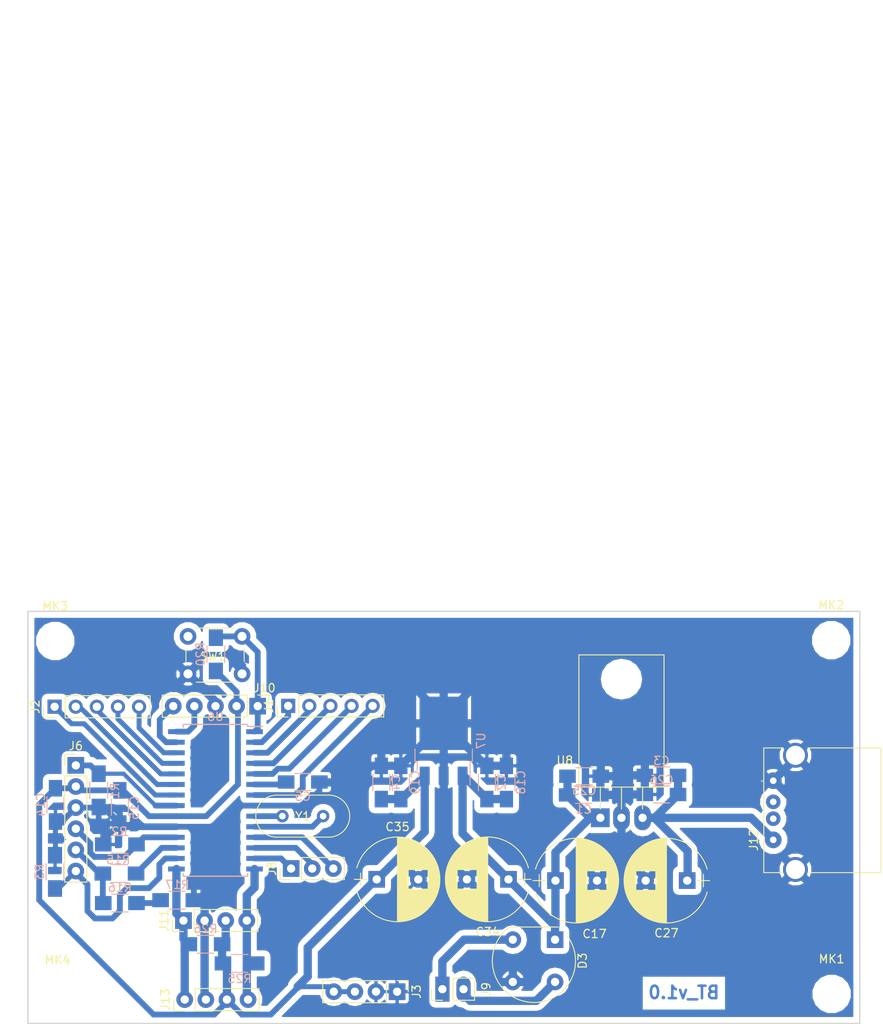
<source format=kicad_pcb>
(kicad_pcb (version 4) (host pcbnew 4.0.7)
  (title_block (title TESIS) (comment 1 "PCB de alimentación, procesamiento y conectividad"))
  (layers (0 F.Cu signal) (31 B.Cu signal) (34 B.Paste user) (35 F.Paste user) (36 B.SilkS user) (37 F.SilkS user hide) (38 B.Mask user) (39 F.Mask user hide) (44 Edge.Cuts user))
  (net 0 "")
  (net 1 +5V)
  (net 2 GND)
  (net 3 "Net-(D3-Pad4)")
  (net 4 "Net-(D3-Pad2)")
  (net 5 ~MCLR)
  (net 6 EN)
  (net 7 HC05_TX)
  (net 8 "Net-(J6-Pad5)")
  (net 9 STATE)
  (net 10 HC05_RX)
  (net 11 "Net-(R16-Pad1)")
  (net 12 "Net-(C26-Pad1)")
  (net 13 UC_SDA)
  (net 14 UC_SCL)
  (net 15 "Net-(J8-Pad1)")
  (net 16 "Net-(J8-Pad2)")
  (net 17 "Net-(J8-Pad3)")
  (net 18 "Net-(J1-Pad1)")
  (net 19 "Net-(J1-Pad2)")
  (net 20 "Net-(J1-Pad3)")
  (net 21 "Net-(C1-Pad1)")
  (net 22 "Net-(U6-Pad9)")
  (net 23 "Net-(U6-Pad10)")
  (net 24 "Net-(C5-Pad1)")
  (net 25 "Net-(J1-Pad4)")
  (net 26 "Net-(J1-Pad5)")
  (net 27 "Net-(J2-Pad1)")
  (net 28 "Net-(J2-Pad2)")
  (net 29 "Net-(J2-Pad3)")
  (net 30 "Net-(J2-Pad4)")
  (net 31 "Net-(J2-Pad5)")
  (net 32 PGD)
  (net 33 PGC)
  (module Resistors_SMD:R_1206_HandSoldering (layer B.Cu) (at 111.65 99)
    (fp_text reference R2 (at -0.05 -1.55) (layer B.SilkS) (effects (justify mirror)))
    (fp_text value 22k)
    (pad 1 smd rect (at -2 0) (size 2 1.7) (layers B.Cu B.Paste B.Mask) (net 2 GND))
    (pad 2 smd rect (at 2 0) (size 2 1.7) (layers B.Cu B.Paste B.Mask) (net 7 HC05_TX))
  )
  (module Buttons_Switches_THT:SW_PUSH_6mm (layer F.Cu) (at 126.35 78.5 180)
    (fp_text reference SW1 (at 3.518 2.112 180) (layer F.SilkS))
    (fp_text value SW_Reset)
    (pad 2 thru_hole circle (at 0 4.5 270) (size 2 2) (drill 1.1) (layers *.Cu *.Mask) (net 5 ~MCLR))
    (pad 1 thru_hole circle (at 0 0 270) (size 2 2) (drill 1.1) (layers *.Cu *.Mask) (net 2 GND))
    (pad 2 thru_hole circle (at 6.5 4.5 270) (size 2 2) (drill 1.1) (layers *.Cu *.Mask) (net 5 ~MCLR))
    (pad 1 thru_hole circle (at 6.5 0 270) (size 2 2) (drill 1.1) (layers *.Cu *.Mask) (net 2 GND))
  )
  (module Capacitors_THT:CP_Radial_D10.0mm_P5.00mm (layer F.Cu) (at 142.55 103.2)
    (fp_text reference C35 (at 2.5 -6.31) (layer F.SilkS))
    (fp_text value 1000uF)
    (pad 1 thru_hole rect (at 0 0) (size 2 2) (drill 1) (layers *.Cu *.Mask) (net 1 +5V))
    (pad 2 thru_hole circle (at 5 0) (size 2 2) (drill 1) (layers *.Cu *.Mask) (net 2 GND))
  )
  (module Connectors:USB_A (layer F.Cu) (at 190.25 98.45 90)
    (fp_text reference J12 (at 0 -2.35 90) (layer F.SilkS))
    (fp_text value USB)
    (pad 4 thru_hole circle (at 7.11 0) (size 2 2) (drill 0.8) (layers *.Cu *.Mask) (net 2 GND))
    (pad 3 thru_hole circle (at 4.57 0) (size 1.75 1.75) (drill 0.8) (layers *.Cu *.Mask))
    (pad 2 thru_hole circle (at 2.54 0) (size 1.75 1.75) (drill 0.8) (layers *.Cu *.Mask))
    (pad 1 thru_hole circle (at 0 0) (size 2 2) (drill 0.8) (layers *.Cu *.Mask) (net 12 "Net-(C26-Pad1)"))
    (pad 5 thru_hole circle (at 10.16 2.67) (size 3 3) (drill 2.3) (layers *.Cu *.Mask) (net 2 GND))
    (pad 5 thru_hole circle (at -3.56 2.67) (size 3 3) (drill 2.3) (layers *.Cu *.Mask) (net 2 GND))
  )
  (module Resistors_SMD:R_1206_HandSoldering (layer B.Cu) (at 118.55 105.7 180)
    (fp_text reference R17 (at 0 1.85 180) (layer B.SilkS) (effects (justify mirror)))
    (fp_text value 22k)
    (pad 1 smd rect (at -2 0 180) (size 2 1.7) (layers B.Cu B.Paste B.Mask) (net 2 GND))
    (pad 2 smd rect (at 2 0 180) (size 2 1.7) (layers B.Cu B.Paste B.Mask) (net 11 "Net-(R16-Pad1)"))
  )
  (module Crystals:Crystal_HC18-U_Vertical (layer F.Cu) (at 131.2 95.6)
    (fp_text reference Y1 (at 2.45 0) (layer F.SilkS))
    (fp_text value Crystal)
    (pad 1 thru_hole circle (at 0 0) (size 1.5 1.5) (drill 0.8) (layers *.Cu *.Mask) (net 22 "Net-(U6-Pad9)"))
    (pad 2 thru_hole circle (at 4.9 0) (size 1.5 1.5) (drill 0.8) (layers *.Cu *.Mask) (net 23 "Net-(U6-Pad10)"))
  )
  (module Housings_SOIC:SOIC-28W_7.5x17.9mm_Pitch1.27mm (layer B.Cu) (at 123.15 93.7 180)
    (fp_text reference U6 (at 0 10.05 180) (layer B.SilkS) (effects (justify mirror)))
    (fp_text value PIC18F25K80_I/SS)
    (pad 1 smd rect (at -4.7 8.255 180) (size 2 0.6) (layers B.Cu B.Paste B.Mask) (net 5 ~MCLR))
    (pad 2 smd rect (at -4.7 6.985 180) (size 2 0.6) (layers B.Cu B.Paste B.Mask) (net 18 "Net-(J1-Pad1)"))
    (pad 3 smd rect (at -4.7 5.715 180) (size 2 0.6) (layers B.Cu B.Paste B.Mask) (net 19 "Net-(J1-Pad2)"))
    (pad 4 smd rect (at -4.7 4.445 180) (size 2 0.6) (layers B.Cu B.Paste B.Mask) (net 20 "Net-(J1-Pad3)"))
    (pad 5 smd rect (at -4.7 3.175 180) (size 2 0.6) (layers B.Cu B.Paste B.Mask) (net 25 "Net-(J1-Pad4)"))
    (pad 6 smd rect (at -4.7 1.905 180) (size 2 0.6) (layers B.Cu B.Paste B.Mask) (net 24 "Net-(C5-Pad1)"))
    (pad 7 smd rect (at -4.7 0.635 180) (size 2 0.6) (layers B.Cu B.Paste B.Mask) (net 26 "Net-(J1-Pad5)"))
    (pad 8 smd rect (at -4.7 -0.635 180) (size 2 0.6) (layers B.Cu B.Paste B.Mask) (net 2 GND))
    (pad 9 smd rect (at -4.7 -1.905 180) (size 2 0.6) (layers B.Cu B.Paste B.Mask) (net 22 "Net-(U6-Pad9)"))
    (pad 10 smd rect (at -4.7 -3.175 180) (size 2 0.6) (layers B.Cu B.Paste B.Mask) (net 23 "Net-(U6-Pad10)"))
    (pad 11 smd rect (at -4.7 -4.445 180) (size 2 0.6) (layers B.Cu B.Paste B.Mask) (net 17 "Net-(J8-Pad3)"))
    (pad 12 smd rect (at -4.7 -5.715 180) (size 2 0.6) (layers B.Cu B.Paste B.Mask) (net 16 "Net-(J8-Pad2)"))
    (pad 13 smd rect (at -4.7 -6.985 180) (size 2 0.6) (layers B.Cu B.Paste B.Mask) (net 15 "Net-(J8-Pad1)"))
    (pad 14 smd rect (at -4.7 -8.255 180) (size 2 0.6) (layers B.Cu B.Paste B.Mask) (net 14 UC_SCL))
    (pad 15 smd rect (at 4.7 -8.255 180) (size 2 0.6) (layers B.Cu B.Paste B.Mask) (net 13 UC_SDA))
    (pad 16 smd rect (at 4.7 -6.985 180) (size 2 0.6) (layers B.Cu B.Paste B.Mask) (net 9 STATE))
    (pad 17 smd rect (at 4.7 -5.715 180) (size 2 0.6) (layers B.Cu B.Paste B.Mask) (net 10 HC05_RX))
    (pad 18 smd rect (at 4.7 -4.445 180) (size 2 0.6) (layers B.Cu B.Paste B.Mask) (net 7 HC05_TX))
    (pad 19 smd rect (at 4.7 -3.175 180) (size 2 0.6) (layers B.Cu B.Paste B.Mask) (net 2 GND))
    (pad 20 smd rect (at 4.7 -1.905 180) (size 2 0.6) (layers B.Cu B.Paste B.Mask) (net 1 +5V))
    (pad 21 smd rect (at 4.7 -0.635 180) (size 2 0.6) (layers B.Cu B.Paste B.Mask) (net 6 EN))
    (pad 22 smd rect (at 4.7 0.635 180) (size 2 0.6) (layers B.Cu B.Paste B.Mask) (net 27 "Net-(J2-Pad1)"))
    (pad 23 smd rect (at 4.7 1.905 180) (size 2 0.6) (layers B.Cu B.Paste B.Mask) (net 28 "Net-(J2-Pad2)"))
    (pad 24 smd rect (at 4.7 3.175 180) (size 2 0.6) (layers B.Cu B.Paste B.Mask) (net 29 "Net-(J2-Pad3)"))
    (pad 25 smd rect (at 4.7 4.445 180) (size 2 0.6) (layers B.Cu B.Paste B.Mask) (net 30 "Net-(J2-Pad4)"))
    (pad 26 smd rect (at 4.7 5.715 180) (size 2 0.6) (layers B.Cu B.Paste B.Mask) (net 31 "Net-(J2-Pad5)"))
    (pad 27 smd rect (at 4.7 6.985 180) (size 2 0.6) (layers B.Cu B.Paste B.Mask) (net 33 PGC))
    (pad 28 smd rect (at 4.7 8.255 180) (size 2 0.6) (layers B.Cu B.Paste B.Mask) (net 32 PGD))
  )
  (module Pin_Headers:Pin_Header_Straight_1x04_Pitch2.54mm (layer F.Cu) (at 119.45 117.65 90)
    (fp_text reference J13 (at 0 -2.33 90) (layer F.SilkS))
    (fp_text value CONN_ADQ_2)
    (pad 1 thru_hole circle (at 0 0 90) (size 2 2) (drill 1) (layers *.Cu *.Mask) (net 13 UC_SDA))
    (pad 2 thru_hole circle (at 0 2.54 90) (size 2 2) (drill 1) (layers *.Cu *.Mask) (net 2 GND))
    (pad 3 thru_hole circle (at 0 5.08 90) (size 2 2) (drill 1) (layers *.Cu *.Mask) (net 1 +5V))
    (pad 4 thru_hole circle (at 0 7.62 90) (size 2 2) (drill 1) (layers *.Cu *.Mask) (net 14 UC_SCL))
  )
  (module Capacitors_SMD:C_1206_HandSoldering (layer B.Cu) (at 103.9 94.25 270)
    (fp_text reference C14 (at 0 1.75 270) (layer B.SilkS) (effects (justify mirror)))
    (fp_text value 10nF)
    (pad 1 smd rect (at -2 0 270) (size 2 1.6) (layers B.Cu B.Paste B.Mask) (net 1 +5V))
    (pad 2 smd rect (at 2 0 270) (size 2 1.6) (layers B.Cu B.Paste B.Mask) (net 2 GND))
  )
  (module Diodes_THT:Diode_Bridge_Round_D9.8mm (layer F.Cu) (at 164 110.45 270)
    (fp_text reference D3 (at 2.54 -3.302 270) (layer F.SilkS))
    (fp_text value D_Bridge_+A-A)
    (pad 4 thru_hole oval (at 5.08 0 270) (size 2 2) (drill 1) (layers *.Cu *.Mask) (net 3 "Net-(D3-Pad4)"))
    (pad 2 thru_hole oval (at 0 5.08 270) (size 2 2) (drill 1) (layers *.Cu *.Mask) (net 4 "Net-(D3-Pad2)"))
    (pad 3 thru_hole oval (at 5.08 5.08 270) (size 2 2) (drill 1) (layers *.Cu *.Mask) (net 2 GND))
    (pad 1 thru_hole rect (at 0 0 270) (size 2 2) (drill 1) (layers *.Cu *.Mask) (net 21 "Net-(C1-Pad1)"))
  )
  (module Resistors_SMD:R_1206_HandSoldering (layer B.Cu) (at 111.6 102.5)
    (fp_text reference R15 (at -0.15 -1.65) (layer B.SilkS) (effects (justify mirror)))
    (fp_text value 22k)
    (pad 1 smd rect (at -2 0) (size 2 1.7) (layers B.Cu B.Paste B.Mask) (net 8 "Net-(J6-Pad5)"))
    (pad 2 smd rect (at 2 0) (size 2 1.7) (layers B.Cu B.Paste B.Mask) (net 10 HC05_RX))
  )
  (module Resistors_SMD:R_1206_HandSoldering (layer B.Cu) (at 111.65 106.05 180)
    (fp_text reference R16 (at 0 1.85 180) (layer B.SilkS) (effects (justify mirror)))
    (fp_text value 22k)
    (pad 1 smd rect (at -2 0 180) (size 2 1.7) (layers B.Cu B.Paste B.Mask) (net 11 "Net-(R16-Pad1)"))
    (pad 2 smd rect (at 2 0 180) (size 2 1.7) (layers B.Cu B.Paste B.Mask) (net 8 "Net-(J6-Pad5)"))
  )
  (module Resistors_SMD:R_1206_HandSoldering (layer B.Cu) (at 123.2 76.15 270)
    (fp_text reference R20 (at 0 1.85 270) (layer B.SilkS) (effects (justify mirror)))
    (fp_text value 22k)
    (pad 1 smd rect (at -2 0 270) (size 2 1.7) (layers B.Cu B.Paste B.Mask) (net 5 ~MCLR))
    (pad 2 smd rect (at 2 0 270) (size 2 1.7) (layers B.Cu B.Paste B.Mask) (net 1 +5V))
  )
  (module Capacitors_SMD:C_1206_HandSoldering (layer B.Cu) (at 111.65 94.5 270)
    (fp_text reference C15 (at 0.1 -1.75 270) (layer B.SilkS) (effects (justify mirror)))
    (fp_text value 10nF)
    (pad 1 smd rect (at -2 0 270) (size 2 1.6) (layers B.Cu B.Paste B.Mask) (net 1 +5V))
    (pad 2 smd rect (at 2 0 270) (size 2 1.6) (layers B.Cu B.Paste B.Mask) (net 2 GND))
  )
  (module Pin_Headers:Pin_Header_Straight_1x02_Pitch2.54mm (layer F.Cu) (at 150.45 116.4 90)
    (fp_text reference J9 (at -0.02 5.266 90) (layer F.SilkS))
    (fp_text value CONN_UC_PWR_INPUT)
    (pad 1 thru_hole rect (at 0 0 90) (size 3 1.7) (drill 1) (layers *.Cu *.Mask) (net 4 "Net-(D3-Pad2)"))
    (pad 2 thru_hole oval (at 0 2.54 90) (size 3 1.7) (drill 1) (layers *.Cu *.Mask) (net 3 "Net-(D3-Pad4)"))
  )
  (module Pin_Headers:Pin_Header_Straight_1x05_Pitch2.54mm (layer F.Cu) (at 128.232 82.378 270)
    (fp_text reference J10 (at -2.178 -0.818 360) (layer F.SilkS))
    (fp_text value CONN_UC_ICSP)
    (pad 1 thru_hole rect (at 0 0 270) (size 2 2) (drill 1) (layers *.Cu *.Mask) (net 5 ~MCLR))
    (pad 2 thru_hole circle (at 0 2.54 270) (size 2 2) (drill 1) (layers *.Cu *.Mask) (net 1 +5V))
    (pad 3 thru_hole circle (at 0 5.08 270) (size 2 2) (drill 1) (layers *.Cu *.Mask) (net 2 GND))
    (pad 4 thru_hole circle (at 0 7.62 270) (size 2 2) (drill 1) (layers *.Cu *.Mask) (net 32 PGD))
    (pad 5 thru_hole circle (at 0 10.16 270) (size 2 2) (drill 1) (layers *.Cu *.Mask) (net 33 PGC))
  )
  (module Resistors_SMD:R_1206_HandSoldering (layer B.Cu) (at 126.05 113.3)
    (fp_text reference R25 (at 0 1.85) (layer B.SilkS) (effects (justify mirror)))
    (fp_text value 22k)
    (pad 1 smd rect (at -2 0) (size 2 1.7) (layers B.Cu B.Paste B.Mask) (net 1 +5V))
    (pad 2 smd rect (at 2 0) (size 2 1.7) (layers B.Cu B.Paste B.Mask) (net 14 UC_SCL))
  )
  (module Resistors_SMD:R_1206_HandSoldering (layer B.Cu) (at 121.95 111 180)
    (fp_text reference R26 (at 0 1.85 180) (layer B.SilkS) (effects (justify mirror)))
    (fp_text value 22k)
    (pad 1 smd rect (at -2 0 180) (size 2 1.7) (layers B.Cu B.Paste B.Mask) (net 1 +5V))
    (pad 2 smd rect (at 2 0 180) (size 2 1.7) (layers B.Cu B.Paste B.Mask) (net 13 UC_SDA))
  )
  (module TO_SOT_Packages_THT:TO-220_Horizontal (layer F.Cu) (at 169.45 95.8)
    (fp_text reference U8 (at -4.27 -6.886) (layer F.SilkS))
    (fp_text value 7805)
    (pad 0 np_thru_hole oval (at 2.54 -16.66) (size 3.5 3.5) (drill 3.5) (layers *.Cu *.Mask))
    (pad 1 thru_hole rect (at 0 0) (size 2.25 2.25) (drill 1) (layers *.Cu *.Mask) (net 21 "Net-(C1-Pad1)"))
    (pad 2 thru_hole oval (at 2.54 0) (size 2 3) (drill 1) (layers *.Cu *.Mask) (net 2 GND))
    (pad 3 thru_hole oval (at 5.08 0) (size 2 3) (drill 1) (layers *.Cu *.Mask) (net 12 "Net-(C26-Pad1)"))
  )
  (module Capacitors_THT:CP_Radial_D10.0mm_P5.00mm (layer F.Cu) (at 179.9 103.35 180)
    (fp_text reference C27 (at 2.5 -6.31 180) (layer F.SilkS))
    (fp_text value 1000uF)
    (pad 1 thru_hole rect (at 0 0 180) (size 2 2) (drill 1) (layers *.Cu *.Mask) (net 12 "Net-(C26-Pad1)"))
    (pad 2 thru_hole circle (at 5 0 180) (size 2 2) (drill 1) (layers *.Cu *.Mask) (net 2 GND))
  )
  (module Pin_Headers:Pin_Header_Straight_1x04_Pitch2.54mm (layer F.Cu) (at 119.3 108.15 90)
    (fp_text reference J11 (at 0 -2.33 90) (layer F.SilkS))
    (fp_text value CONN_ADQ_1)
    (pad 1 thru_hole rect (at 0 0 90) (size 2 2) (drill 1) (layers *.Cu *.Mask) (net 13 UC_SDA))
    (pad 2 thru_hole circle (at 0 2.54 90) (size 2 2) (drill 1) (layers *.Cu *.Mask) (net 2 GND))
    (pad 3 thru_hole circle (at 0 5.08 90) (size 2 2) (drill 1) (layers *.Cu *.Mask) (net 1 +5V))
    (pad 4 thru_hole circle (at 0 7.62 90) (size 2 2) (drill 1) (layers *.Cu *.Mask) (net 14 UC_SCL))
  )
  (module Socket_Strips:Socket_Strip_Straight_1x06_Pitch2.54mm (layer F.Cu) (at 106.35 89.5)
    (fp_text reference J6 (at 0 -2.33) (layer F.SilkS))
    (fp_text value CONN_UC_HC05)
    (pad 1 thru_hole rect (at 0 0) (size 2 2) (drill 1) (layers *.Cu *.Mask) (net 6 EN))
    (pad 2 thru_hole circle (at 0 2.54) (size 2 2) (drill 1) (layers *.Cu *.Mask) (net 1 +5V))
    (pad 3 thru_hole circle (at 0 5.08) (size 2 2) (drill 1) (layers *.Cu *.Mask) (net 2 GND))
    (pad 4 thru_hole circle (at 0 7.62) (size 2 2) (drill 1) (layers *.Cu *.Mask) (net 7 HC05_TX))
    (pad 5 thru_hole circle (at 0 10.16) (size 2 2) (drill 1) (layers *.Cu *.Mask) (net 8 "Net-(J6-Pad5)"))
    (pad 6 thru_hole circle (at 0 12.7) (size 2 2) (drill 1) (layers *.Cu *.Mask) (net 9 STATE))
  )
  (module Pin_Headers:Pin_Header_Straight_1x03_Pitch2.54mm (layer F.Cu) (at 132.25 101.9 90)
    (fp_text reference J8 (at 0 -2.33 90) (layer F.SilkS))
    (fp_text value CONN_UC_FREE_3)
    (pad 1 thru_hole rect (at 0 0 90) (size 2 2) (drill 1) (layers *.Cu *.Mask) (net 15 "Net-(J8-Pad1)"))
    (pad 2 thru_hole circle (at 0 2.54 90) (size 2 2) (drill 1) (layers *.Cu *.Mask) (net 16 "Net-(J8-Pad2)"))
    (pad 3 thru_hole circle (at 0 5.08 90) (size 2 2) (drill 1) (layers *.Cu *.Mask) (net 17 "Net-(J8-Pad3)"))
  )
  (module Resistors_SMD:R_1206_HandSoldering (layer B.Cu) (at 109.1 92.5 270)
    (fp_text reference R1 (at 0.05 -1.95 270) (layer B.SilkS) (effects (justify mirror)))
    (fp_text value 22k)
    (pad 1 smd rect (at -2 0 270) (size 2 1.7) (layers B.Cu B.Paste B.Mask) (net 6 EN))
    (pad 2 smd rect (at 2 0 270) (size 2 1.7) (layers B.Cu B.Paste B.Mask) (net 2 GND))
  )
  (module Capacitors_SMD:C_1206_HandSoldering (layer B.Cu) (at 167.45 93.05)
    (fp_text reference C1 (at 0 1.75) (layer B.SilkS) (effects (justify mirror)))
    (fp_text value 1nF)
    (pad 1 smd rect (at -2 0) (size 2 1.6) (layers B.Cu B.Paste B.Mask) (net 21 "Net-(C1-Pad1)"))
    (pad 2 smd rect (at 2 0) (size 2 1.6) (layers B.Cu B.Paste B.Mask) (net 2 GND))
  )
  (module Capacitors_SMD:C_1206_HandSoldering (layer B.Cu) (at 155.8 91.55 90)
    (fp_text reference C2 (at 0 1.75 90) (layer B.SilkS) (effects (justify mirror)))
    (fp_text value 1nF)
    (pad 1 smd rect (at -2 0 90) (size 2 1.6) (layers B.Cu B.Paste B.Mask) (net 21 "Net-(C1-Pad1)"))
    (pad 2 smd rect (at 2 0 90) (size 2 1.6) (layers B.Cu B.Paste B.Mask) (net 2 GND))
  )
  (module Capacitors_SMD:C_1206_HandSoldering (layer B.Cu) (at 176.8 90.7 180)
    (fp_text reference C3 (at 0 1.75 180) (layer B.SilkS) (effects (justify mirror)))
    (fp_text value 10nF)
    (pad 1 smd rect (at -2 0 180) (size 2 1.6) (layers B.Cu B.Paste B.Mask) (net 12 "Net-(C26-Pad1)"))
    (pad 2 smd rect (at 2 0 180) (size 2 1.6) (layers B.Cu B.Paste B.Mask) (net 2 GND))
  )
  (module Capacitors_SMD:C_1206_HandSoldering (layer B.Cu) (at 143.1 91.55 90)
    (fp_text reference C4 (at 0 1.75 90) (layer B.SilkS) (effects (justify mirror)))
    (fp_text value 10nF)
    (pad 1 smd rect (at -2 0 90) (size 2 1.6) (layers B.Cu B.Paste B.Mask) (net 1 +5V))
    (pad 2 smd rect (at 2 0 90) (size 2 1.6) (layers B.Cu B.Paste B.Mask) (net 2 GND))
  )
  (module Capacitors_SMD:C_1206_HandSoldering (layer B.Cu) (at 158.15 91.55 90)
    (fp_text reference C18 (at 0 1.75 90) (layer B.SilkS) (effects (justify mirror)))
    (fp_text value 10nF)
    (pad 1 smd rect (at -2 0 90) (size 2 1.6) (layers B.Cu B.Paste B.Mask) (net 21 "Net-(C1-Pad1)"))
    (pad 2 smd rect (at 2 0 90) (size 2 1.6) (layers B.Cu B.Paste B.Mask) (net 2 GND))
  )
  (module Capacitors_SMD:C_1206_HandSoldering (layer B.Cu) (at 145.45 91.55 90)
    (fp_text reference C19 (at 0 1.75 90) (layer B.SilkS) (effects (justify mirror)))
    (fp_text value 1nF)
    (pad 1 smd rect (at -2 0 90) (size 2 1.6) (layers B.Cu B.Paste B.Mask) (net 1 +5V))
    (pad 2 smd rect (at 2 0 90) (size 2 1.6) (layers B.Cu B.Paste B.Mask) (net 2 GND))
  )
  (module Capacitors_SMD:C_1206_HandSoldering (layer B.Cu) (at 167.5 90.8)
    (fp_text reference C25 (at 0 1.75) (layer B.SilkS) (effects (justify mirror)))
    (fp_text value 10nF)
    (pad 1 smd rect (at -2 0) (size 2 1.6) (layers B.Cu B.Paste B.Mask) (net 21 "Net-(C1-Pad1)"))
    (pad 2 smd rect (at 2 0) (size 2 1.6) (layers B.Cu B.Paste B.Mask) (net 2 GND))
  )
  (module Capacitors_SMD:C_1206_HandSoldering (layer B.Cu) (at 176.8 93 180)
    (fp_text reference C26 (at 0 1.75 180) (layer B.SilkS) (effects (justify mirror)))
    (fp_text value 1nF)
    (pad 1 smd rect (at -2 0 180) (size 2 1.6) (layers B.Cu B.Paste B.Mask) (net 12 "Net-(C26-Pad1)"))
    (pad 2 smd rect (at 2 0 180) (size 2 1.6) (layers B.Cu B.Paste B.Mask) (net 2 GND))
  )
  (module Capacitors_THT:CP_Radial_D10.0mm_P5.00mm (layer F.Cu) (at 164.05 103.35)
    (fp_text reference C17 (at 4.7 6.4) (layer F.SilkS))
    (fp_text value 1000uF)
    (pad 1 thru_hole rect (at 0 0) (size 2 2) (drill 1) (layers *.Cu *.Mask) (net 21 "Net-(C1-Pad1)"))
    (pad 2 thru_hole circle (at 5 0) (size 2 2) (drill 1) (layers *.Cu *.Mask) (net 2 GND))
  )
  (module Capacitors_THT:CP_Radial_D10.0mm_P5.00mm (layer F.Cu) (at 158.4 103.2 180)
    (fp_text reference C34 (at 2.5 -6.31 180) (layer F.SilkS))
    (fp_text value 1000uF)
    (pad 1 thru_hole rect (at 0 0 180) (size 2 2) (drill 1) (layers *.Cu *.Mask) (net 21 "Net-(C1-Pad1)"))
    (pad 2 thru_hole circle (at 5 0 180) (size 2 2) (drill 1) (layers *.Cu *.Mask) (net 2 GND))
  )
  (module TO_SOT_Packages_SMD:TO-252-3_TabPin2 (layer B.Cu) (at 150.6 86.55 90)
    (fp_text reference U7 (at 0 4.5 90) (layer B.SilkS) (effects (justify mirror)))
    (fp_text value L7805)
    (pad 1 smd rect (at -4.2 2.28 90) (size 2.2 1.2) (layers B.Cu B.Paste B.Mask) (net 21 "Net-(C1-Pad1)"))
    (pad 2 smd rect (at -4.2 0 90) (size 2.2 1.2) (layers B.Cu B.Paste B.Mask) (net 2 GND))
    (pad 3 smd rect (at -4.2 -2.28 90) (size 2.2 1.2) (layers B.Cu B.Paste B.Mask) (net 1 +5V))
    (pad 2 smd rect (at 2.1 0 90) (size 6.4 5.8) (layers B.Cu B.Mask) (net 2 GND))
    (pad 2 smd rect (at 3.775 -1.525 90) (size 3.05 2.75) (layers B.Cu B.Paste) (net 2 GND))
    (pad 2 smd rect (at 0.425 1.525 90) (size 3.05 2.75) (layers B.Cu B.Paste) (net 2 GND))
    (pad 2 smd rect (at 3.775 1.525 90) (size 3.05 2.75) (layers B.Cu B.Paste) (net 2 GND))
    (pad 2 smd rect (at 0.425 -1.525 90) (size 3.05 2.75) (layers B.Cu B.Paste) (net 2 GND))
  )
  (module Capacitors_SMD:C_1206_HandSoldering (layer B.Cu) (at 133.65 91.5)
    (fp_text reference C5 (at 0 1.75) (layer B.SilkS) (effects (justify mirror)))
    (fp_text value 10nF)
    (pad 1 smd rect (at -2 0) (size 2 1.6) (layers B.Cu B.Paste B.Mask) (net 24 "Net-(C5-Pad1)"))
    (pad 2 smd rect (at 2 0) (size 2 1.6) (layers B.Cu B.Paste B.Mask) (net 2 GND))
  )
  (module Pin_Headers:Pin_Header_Straight_1x05_Pitch2.54mm (layer F.Cu) (at 131.9 82.35 90)
    (fp_text reference J1 (at 0 -2.33 90) (layer F.SilkS))
    (fp_text value CONN_LED_2)
    (pad 1 thru_hole rect (at 0 0 90) (size 1.7 1.7) (drill 1) (layers *.Cu *.Mask) (net 18 "Net-(J1-Pad1)"))
    (pad 2 thru_hole oval (at 0 2.54 90) (size 1.7 1.7) (drill 1) (layers *.Cu *.Mask) (net 19 "Net-(J1-Pad2)"))
    (pad 3 thru_hole oval (at 0 5.08 90) (size 1.7 1.7) (drill 1) (layers *.Cu *.Mask) (net 20 "Net-(J1-Pad3)"))
    (pad 4 thru_hole oval (at 0 7.62 90) (size 1.7 1.7) (drill 1) (layers *.Cu *.Mask) (net 25 "Net-(J1-Pad4)"))
    (pad 5 thru_hole oval (at 0 10.16 90) (size 1.7 1.7) (drill 1) (layers *.Cu *.Mask) (net 26 "Net-(J1-Pad5)"))
  )
  (module Pin_Headers:Pin_Header_Straight_1x05_Pitch2.54mm (layer F.Cu) (at 103.8 82.45 90)
    (fp_text reference J2 (at 0 -2.33 90) (layer F.SilkS))
    (fp_text value CONN_LED_1)
    (pad 1 thru_hole rect (at 0 0 90) (size 1.7 1.7) (drill 1) (layers *.Cu *.Mask) (net 27 "Net-(J2-Pad1)"))
    (pad 2 thru_hole oval (at 0 2.54 90) (size 1.7 1.7) (drill 1) (layers *.Cu *.Mask) (net 28 "Net-(J2-Pad2)"))
    (pad 3 thru_hole oval (at 0 5.08 90) (size 1.7 1.7) (drill 1) (layers *.Cu *.Mask) (net 29 "Net-(J2-Pad3)"))
    (pad 4 thru_hole oval (at 0 7.62 90) (size 1.7 1.7) (drill 1) (layers *.Cu *.Mask) (net 30 "Net-(J2-Pad4)"))
    (pad 5 thru_hole oval (at 0 10.16 90) (size 1.7 1.7) (drill 1) (layers *.Cu *.Mask) (net 31 "Net-(J2-Pad5)"))
  )
  (module Pin_Headers:Pin_Header_Straight_1x04_Pitch2.54mm (layer F.Cu) (at 145 116.7 270)
    (fp_text reference J3 (at 0 -2.33 270) (layer F.SilkS))
    (fp_text value CONN_PWR_FREE)
    (pad 1 thru_hole rect (at 0 0 270) (size 2 2) (drill 1) (layers *.Cu *.Mask) (net 2 GND))
    (pad 2 thru_hole oval (at 0 2.54 270) (size 2 2) (drill 1) (layers *.Cu *.Mask) (net 2 GND))
    (pad 3 thru_hole oval (at 0 5.08 270) (size 2 2) (drill 1) (layers *.Cu *.Mask) (net 1 +5V))
    (pad 4 thru_hole oval (at 0 7.62 270) (size 2 2) (drill 1) (layers *.Cu *.Mask) (net 1 +5V))
  )
  (module Resistors_SMD:R_1206_HandSoldering (layer B.Cu) (at 103.85 102.3 270)
    (fp_text reference R3 (at 0 1.85 270) (layer B.SilkS) (effects (justify mirror)))
    (fp_text value 22k)
    (pad 1 smd rect (at -2 0 270) (size 2 1.7) (layers B.Cu B.Paste B.Mask) (net 2 GND))
    (pad 2 smd rect (at 2 0 270) (size 2 1.7) (layers B.Cu B.Paste B.Mask) (net 9 STATE))
  )
  (module Mounting_Holes:MountingHole_3.2mm_M3 (layer F.Cu) (at 197.275 116.975)
    (fp_text reference MK1 (at 0 -4.2) (layer F.SilkS))
    (fp_text value Mounting_Hole)
    (pad 1 np_thru_hole circle (at 0 0) (size 3.2 3.2) (drill 3.2) (layers *.Cu *.Mask))
  )
  (module Mounting_Holes:MountingHole_3.2mm_M3 (layer F.Cu) (at 197.225 74.45)
    (fp_text reference MK2 (at 0 -4.2) (layer F.SilkS))
    (fp_text value Mounting_Hole)
    (pad 1 np_thru_hole circle (at 0 0) (size 3.2 3.2) (drill 3.2) (layers *.Cu *.Mask))
  )
  (module Mounting_Holes:MountingHole_3.2mm_M3 (layer F.Cu) (at 103.875 74.55)
    (fp_text reference MK3 (at 0 -4.2) (layer F.SilkS))
    (fp_text value Mounting_Hole)
    (pad 1 np_thru_hole circle (at 0 0) (size 3.2 3.2) (drill 3.2) (layers *.Cu *.Mask))
  )
  (module Mounting_Holes:MountingHole_3.2mm_M3 (layer F.Cu) (at 104.15 117.1)
    (fp_text reference MK4 (at 0 -4.2) (layer F.SilkS))
    (fp_text value Mounting_Hole)
    (pad 1 np_thru_hole circle (at 0 0) (size 3.2 3.2) (drill 3.2) (layers *.Cu *.Mask))
  )
  (gr_text BT_v1.0 (at 179.5 116.8) (layer B.Cu) (effects (font (size 1.5 1.5) (thickness 0.3)) (justify mirror)))
  (gr_line (start 100.588 70.988) (end 100.588 120.518) (angle 90) (layer Edge.Cuts) (width 0.15))
  (gr_line (start 200.664 70.988) (end 100.588 70.988) (angle 90) (layer Edge.Cuts) (width 0.15))
  (gr_line (start 200.664 120.518) (end 200.664 70.988) (angle 90) (layer Edge.Cuts) (width 0.15))
  (gr_line (start 100.588 120.518) (end 200.664 120.518) (angle 90) (layer Edge.Cuts) (width 0.15))
  (segment (start 133.03 116.1) (end 136.78 116.1) (width 0.6) (layer B.Cu) (net 1))
  (segment (start 136.78 116.1) (end 137.38 116.7) (width 0.6) (layer B.Cu) (net 1))
  (segment (start 137.38 116.7) (end 139.92 116.7) (width 0.6) (layer B.Cu) (net 1))
  (segment (start 124.53 117.65) (end 124.53 117.92) (width 0.7) (layer B.Cu) (net 1))
  (segment (start 124.53 117.92) (end 123 119.45) (width 0.7) (layer B.Cu) (net 1))
  (segment (start 101.95 94.2) (end 103.9 92.25) (width 0.7) (layer B.Cu) (net 1))
  (segment (start 101.95 105.7) (end 101.95 94.2) (width 0.7) (layer B.Cu) (net 1))
  (segment (start 115.7 119.45) (end 101.95 105.7) (width 0.7) (layer B.Cu) (net 1))
  (segment (start 123 119.45) (end 115.7 119.45) (width 0.7) (layer B.Cu) (net 1))
  (segment (start 133.03 116.1) (end 133.03 116.22) (width 0.7) (layer B.Cu) (net 1))
  (segment (start 133.03 116.22) (end 129.8 119.45) (width 0.7) (layer B.Cu) (net 1))
  (segment (start 126.33 119.45) (end 124.53 117.65) (width 0.7) (layer B.Cu) (net 1))
  (segment (start 129.8 119.45) (end 126.33 119.45) (width 0.7) (layer B.Cu) (net 1))
  (segment (start 111.65 92.5) (end 106.81 92.5) (width 0.7) (layer B.Cu) (net 1))
  (segment (start 106.81 92.5) (end 106.35 92.04) (width 0.7) (layer B.Cu) (net 1))
  (segment (start 103.9 92.25) (end 106.14 92.25) (width 0.7) (layer B.Cu) (net 1))
  (segment (start 106.14 92.25) (end 106.35 92.04) (width 0.7) (layer B.Cu) (net 1))
  (segment (start 123.95 111) (end 123.95 113.2) (width 1) (layer B.Cu) (net 1))
  (segment (start 123.95 113.2) (end 124.05 113.3) (width 1) (layer B.Cu) (net 1))
  (segment (start 124.53 117.65) (end 124.53 113.78) (width 1) (layer B.Cu) (net 1))
  (segment (start 124.53 113.78) (end 124.05 113.3) (width 1) (layer B.Cu) (net 1))
  (segment (start 124.38 108.15) (end 124.38 110.57) (width 1) (layer B.Cu) (net 1))
  (segment (start 124.38 110.57) (end 123.95 111) (width 1) (layer B.Cu) (net 1))
  (segment (start 142.55 103.2) (end 142.45 103.2) (width 1) (layer B.Cu) (net 1))
  (segment (start 142.45 103.2) (end 134.25 111.4) (width 1) (layer B.Cu) (net 1))
  (segment (start 134.25 111.4) (end 134.25 114.85) (width 1) (layer B.Cu) (net 1))
  (segment (start 134.25 114.85) (end 134.25 114.88) (width 1) (layer B.Cu) (net 1))
  (segment (start 134.25 114.88) (end 133.03 116.1) (width 1) (layer B.Cu) (net 1))
  (segment (start 124.33 108.2) (end 124.38 108.15) (width 1) (layer B.Cu) (net 1))
  (segment (start 124.43 111.05) (end 124.48 111.1) (width 0.5) (layer B.Cu) (net 1))
  (segment (start 124.43 111.05) (end 124.48 111.1) (width 0.5) (layer B.Cu) (net 1))
  (segment (start 124.5 111.12) (end 124.48 111.1) (width 0.5) (layer B.Cu) (net 1))
  (segment (start 118.45 95.605) (end 115.155 95.605) (width 0.7) (layer B.Cu) (net 1))
  (segment (start 115.155 95.605) (end 112.1 92.55) (width 0.7) (layer B.Cu) (net 1))
  (segment (start 125.692 82.378) (end 125.692 80.642) (width 0.7) (layer B.Cu) (net 1))
  (segment (start 125.692 80.642) (end 123.2 78.15) (width 0.7) (layer B.Cu) (net 1))
  (segment (start 145.45 93.55) (end 145.52 93.55) (width 1) (layer B.Cu) (net 1))
  (segment (start 145.52 93.55) (end 148.32 90.75) (width 1) (layer B.Cu) (net 1))
  (segment (start 143.1 93.55) (end 145.45 93.55) (width 1) (layer B.Cu) (net 1))
  (segment (start 148.32 90.75) (end 148.32 97.48) (width 1) (layer B.Cu) (net 1))
  (segment (start 148.32 97.48) (end 142.7 103.1) (width 1) (layer B.Cu) (net 1))
  (segment (start 142.7 103.1) (end 142.7 103.2) (width 0.5) (layer B.Cu) (net 1))
  (segment (start 142.7 103.1) (end 142.7 103.25) (width 1) (layer B.Cu) (net 1))
  (segment (start 125.855 91.795) (end 125.855 91.4) (width 0.7) (layer B.Cu) (net 1))
  (segment (start 125.855 91.4) (end 125.855 82.541) (width 0.7) (layer B.Cu) (net 1))
  (segment (start 125.855 82.541) (end 125.692 82.378) (width 0.5) (layer B.Cu) (net 1))
  (segment (start 122.045 95.605) (end 118.45 95.605) (width 0.7) (layer B.Cu) (net 1))
  (segment (start 125.855 91.795) (end 122.045 95.605) (width 0.7) (layer B.Cu) (net 1))
  (segment (start 103.9 96.25) (end 103.9 100.25) (width 0.6) (layer B.Cu) (net 2))
  (segment (start 103.9 100.25) (end 103.85 100.3) (width 0.6) (layer B.Cu) (net 2))
  (segment (start 111.65 96.5) (end 111.65 95.3) (width 0.7) (layer B.Cu) (net 2))
  (segment (start 110.85 94.5) (end 109.1 94.5) (width 0.7) (layer B.Cu) (net 2))
  (segment (start 111.65 95.3) (end 110.85 94.5) (width 0.7) (layer B.Cu) (net 2))
  (segment (start 111.65 96.5) (end 109.3 96.5) (width 0.7) (layer B.Cu) (net 2))
  (segment (start 109.3 96.5) (end 109.1 96.3) (width 0.7) (layer B.Cu) (net 2))
  (segment (start 109.65 99) (end 109.65 96.85) (width 0.7) (layer B.Cu) (net 2))
  (segment (start 109.65 96.85) (end 109.1 96.3) (width 0.7) (layer B.Cu) (net 2))
  (segment (start 109.1 96.3) (end 109.1 94.5) (width 0.7) (layer B.Cu) (net 2))
  (segment (start 109.65 99) (end 109.65 98.5) (width 0.7) (layer B.Cu) (net 2))
  (segment (start 109.65 98.5) (end 111.65 96.5) (width 0.7) (layer B.Cu) (net 2))
  (segment (start 120.55 105.7) (end 120.55 104.3) (width 0.7) (layer B.Cu) (net 2))
  (segment (start 120.55 104.3) (end 121.84 103.01) (width 0.7) (layer B.Cu) (net 2))
  (segment (start 120.55 105.7) (end 121.05 105.7) (width 0.7) (layer B.Cu) (net 2))
  (segment (start 121.05 105.7) (end 121.84 106.49) (width 0.7) (layer B.Cu) (net 2))
  (segment (start 120.55 105.7) (end 120.95 105.7) (width 0.7) (layer B.Cu) (net 2))
  (segment (start 120.95 105.7) (end 121.84 104.81) (width 0.7) (layer B.Cu) (net 2))
  (segment (start 103.9 96.25) (end 104.68 96.25) (width 1) (layer B.Cu) (net 2))
  (segment (start 121.84 108.15) (end 121.84 106.49) (width 1) (layer B.Cu) (net 2))
  (segment (start 121.84 106.49) (end 121.84 104.81) (width 1) (layer B.Cu) (net 2))
  (segment (start 121.84 104.81) (end 121.84 103.01) (width 1) (layer B.Cu) (net 2))
  (segment (start 121.84 103.01) (end 121.84 97.94) (width 1) (layer B.Cu) (net 2))
  (segment (start 121.84 97.94) (end 120.775 96.875) (width 0.7) (layer B.Cu) (net 2))
  (segment (start 127.85 94.335) (end 133.865 94.335) (width 0.7) (layer B.Cu) (net 2))
  (segment (start 135.65 92.55) (end 135.65 91.5) (width 0.7) (layer B.Cu) (net 2))
  (segment (start 133.865 94.335) (end 135.65 92.55) (width 0.7) (layer B.Cu) (net 2))
  (segment (start 118.45 96.875) (end 120.775 96.875) (width 0.7) (layer B.Cu) (net 2))
  (segment (start 120.775 96.875) (end 123.525 96.875) (width 0.7) (layer B.Cu) (net 2))
  (segment (start 123.525 96.875) (end 126.065 94.335) (width 0.7) (layer B.Cu) (net 2))
  (segment (start 126.065 94.335) (end 127.85 94.335) (width 0.7) (layer B.Cu) (net 2))
  (segment (start 106.35 94.58) (end 109.02 94.58) (width 0.7) (layer B.Cu) (net 2))
  (segment (start 109.02 94.58) (end 109.1 94.5) (width 0.7) (layer B.Cu) (net 2))
  (segment (start 104.68 96.25) (end 106.35 94.58) (width 0.7) (layer B.Cu) (net 2))
  (segment (start 121.84 108.15) (end 121.84 117.5) (width 1) (layer B.Cu) (net 2))
  (segment (start 121.84 117.5) (end 121.99 117.65) (width 1) (layer B.Cu) (net 2))
  (segment (start 192.92 88.29) (end 192.92 88.22) (width 1) (layer B.Cu) (net 2))
  (segment (start 192.92 88.22) (end 190.25 85.55) (width 1) (layer B.Cu) (net 2))
  (segment (start 126.35 78.5) (end 126.35 77.55) (width 1) (layer B.Cu) (net 2))
  (segment (start 126.35 77.55) (end 125.35 76.55) (width 1) (layer B.Cu) (net 2))
  (segment (start 174.8 90.7) (end 174.8 88.95) (width 1) (layer B.Cu) (net 2))
  (segment (start 174.8 88.95) (end 175 88.75) (width 1) (layer B.Cu) (net 2))
  (segment (start 174.8 93) (end 174.8 90.7) (width 1) (layer B.Cu) (net 2))
  (segment (start 174.8 93) (end 172.55 93) (width 1) (layer B.Cu) (net 2))
  (segment (start 172.55 93) (end 171.925 92.375) (width 1) (layer B.Cu) (net 2))
  (segment (start 169.45 93.05) (end 171.25 93.05) (width 1) (layer B.Cu) (net 2))
  (segment (start 171.25 93.05) (end 171.925 92.375) (width 1) (layer B.Cu) (net 2))
  (segment (start 171.925 92.375) (end 171.99 92.31) (width 1) (layer B.Cu) (net 2))
  (segment (start 169.45 93.05) (end 169.45 90.85) (width 1) (layer B.Cu) (net 2))
  (segment (start 169.45 90.85) (end 169.5 90.8) (width 1) (layer B.Cu) (net 2))
  (segment (start 169.5 90.8) (end 169.5 88.4) (width 1) (layer B.Cu) (net 2))
  (segment (start 169.5 88.4) (end 169.75 88.15) (width 1) (layer B.Cu) (net 2))
  (segment (start 169.5 90.8) (end 171.28 90.8) (width 1) (layer B.Cu) (net 2))
  (segment (start 171.28 90.8) (end 171.99 90.09) (width 1) (layer B.Cu) (net 2))
  (segment (start 174.8 90.7) (end 172.6 90.7) (width 1) (layer B.Cu) (net 2))
  (segment (start 172.6 90.7) (end 171.99 90.09) (width 1) (layer B.Cu) (net 2))
  (segment (start 190.25 91.34) (end 189.76 91.34) (width 1) (layer B.Cu) (net 2))
  (segment (start 189.76 91.34) (end 187.95 93.15) (width 1) (layer B.Cu) (net 2))
  (segment (start 190.25 91.34) (end 190.34 91.34) (width 1) (layer B.Cu) (net 2))
  (segment (start 190.34 91.34) (end 192.95 93.95) (width 1) (layer B.Cu) (net 2))
  (segment (start 192.95 93.95) (end 192.95 98.6) (width 1) (layer B.Cu) (net 2))
  (segment (start 192.92 88.29) (end 192.92 88.67) (width 1) (layer B.Cu) (net 2))
  (segment (start 192.92 88.67) (end 190.25 91.34) (width 1) (layer B.Cu) (net 2))
  (segment (start 192.92 88.29) (end 192.92 88.32) (width 1) (layer B.Cu) (net 2))
  (segment (start 192.92 88.32) (end 194.8 90.2) (width 1) (layer B.Cu) (net 2))
  (segment (start 192.92 88.29) (end 192.92 88.28) (width 1) (layer B.Cu) (net 2))
  (segment (start 192.92 88.28) (end 195.05 86.15) (width 1) (layer B.Cu) (net 2))
  (segment (start 192.92 102.01) (end 192.92 102.08) (width 1) (layer B.Cu) (net 2))
  (segment (start 192.92 102.08) (end 191.15 103.85) (width 1) (layer B.Cu) (net 2))
  (segment (start 192.92 102.01) (end 192.96 102.01) (width 1) (layer B.Cu) (net 2))
  (segment (start 192.96 102.01) (end 194.7 103.75) (width 1) (layer B.Cu) (net 2))
  (segment (start 192.92 102.01) (end 192.94 102.01) (width 1) (layer B.Cu) (net 2))
  (segment (start 192.94 102.01) (end 194.75 100.2) (width 1) (layer B.Cu) (net 2))
  (segment (start 192.92 102.01) (end 192.92 101.97) (width 1) (layer B.Cu) (net 2))
  (segment (start 192.92 101.97) (end 191.35 100.4) (width 1) (layer B.Cu) (net 2))
  (segment (start 169.05 103.35) (end 169.05 103.4) (width 1) (layer B.Cu) (net 2))
  (segment (start 169.05 103.4) (end 170.85 105.2) (width 1) (layer B.Cu) (net 2))
  (segment (start 169.05 103.4) (end 167.55 104.9) (width 1) (layer B.Cu) (net 2))
  (segment (start 169.05 103.35) (end 169.05 103.25) (width 1) (layer B.Cu) (net 2))
  (segment (start 169.05 103.25) (end 167.35 101.55) (width 1) (layer B.Cu) (net 2))
  (segment (start 169.05 103.35) (end 171.1 101.3) (width 1) (layer B.Cu) (net 2))
  (segment (start 174.9 103.35) (end 174.9 103.4) (width 1) (layer B.Cu) (net 2))
  (segment (start 174.9 103.4) (end 176.85 105.35) (width 1) (layer B.Cu) (net 2))
  (segment (start 174.9 103.4) (end 172.3 106) (width 1) (layer B.Cu) (net 2))
  (segment (start 174.9 103.35) (end 175 103.35) (width 1) (layer B.Cu) (net 2))
  (segment (start 175 103.35) (end 177.1 101.25) (width 1) (layer B.Cu) (net 2))
  (segment (start 158.92 115.53) (end 156.77 115.53) (width 1) (layer B.Cu) (net 2))
  (segment (start 156.77 115.53) (end 156.75 115.55) (width 1) (layer B.Cu) (net 2))
  (segment (start 158.92 115.53) (end 161.02 115.53) (width 1) (layer B.Cu) (net 2))
  (segment (start 161.02 115.53) (end 161.15 115.4) (width 1) (layer B.Cu) (net 2))
  (segment (start 158.92 115.53) (end 158.92 113.28) (width 1) (layer B.Cu) (net 2))
  (segment (start 158.92 113.28) (end 159 113.2) (width 1) (layer B.Cu) (net 2))
  (segment (start 154.55 102) (end 154.55 102.05) (width 1) (layer B.Cu) (net 2))
  (segment (start 154.55 102.05) (end 153.4 103.2) (width 1) (layer B.Cu) (net 2))
  (segment (start 153.4 103.2) (end 153.45 103.2) (width 1) (layer B.Cu) (net 2))
  (segment (start 153.45 103.2) (end 155.45 105.2) (width 1) (layer B.Cu) (net 2))
  (segment (start 153.4 103.2) (end 153.35 103.2) (width 0.7) (layer B.Cu) (net 2))
  (segment (start 153.35 103.2) (end 151.6 104.95) (width 1) (layer B.Cu) (net 2))
  (segment (start 153.4 103.2) (end 153.4 103.15) (width 0.7) (layer B.Cu) (net 2))
  (segment (start 153.4 103.15) (end 151.7 101.45) (width 1) (layer B.Cu) (net 2))
  (segment (start 147.55 103.2) (end 147.6 103.2) (width 0.7) (layer B.Cu) (net 2))
  (segment (start 147.6 103.2) (end 149.25 104.85) (width 1) (layer B.Cu) (net 2))
  (segment (start 147.55 103.2) (end 147.5 103.2) (width 0.7) (layer B.Cu) (net 2))
  (segment (start 147.5 103.2) (end 146.35 102.05) (width 1) (layer B.Cu) (net 2))
  (segment (start 119.85 78.5) (end 121.15 77.2) (width 1) (layer B.Cu) (net 2))
  (segment (start 119.85 78.5) (end 119.75 78.5) (width 0.7) (layer B.Cu) (net 2))
  (segment (start 119.75 78.5) (end 118.3 77.05) (width 1) (layer B.Cu) (net 2))
  (segment (start 119.85 78.5) (end 118.15 80.2) (width 1) (layer B.Cu) (net 2))
  (segment (start 109.1 94.5) (end 109.65 94.5) (width 0.8) (layer B.Cu) (net 2))
  (segment (start 109.65 94.5) (end 111.65 96.5) (width 0.8) (layer B.Cu) (net 2))
  (segment (start 111.65 96.5) (end 111.65 97.2) (width 0.8) (layer B.Cu) (net 2))
  (segment (start 118.45 96.875) (end 112.025 96.875) (width 0.8) (layer B.Cu) (net 2))
  (segment (start 112.025 96.875) (end 111.65 96.5) (width 0.8) (layer B.Cu) (net 2))
  (segment (start 112.1 96.55) (end 111.7 96.55) (width 0.5) (layer B.Cu) (net 2))
  (segment (start 111.7 96.55) (end 109.7 94.55) (width 0.5) (layer B.Cu) (net 2))
  (segment (start 112.1 96.55) (end 112.1 96.75) (width 0.5) (layer B.Cu) (net 2))
  (segment (start 171.99 95.8) (end 171.99 92.31) (width 1) (layer B.Cu) (net 2))
  (segment (start 171.99 92.31) (end 171.99 90.09) (width 1) (layer B.Cu) (net 2))
  (segment (start 171.99 90.09) (end 171.99 88.01) (width 1) (layer B.Cu) (net 2))
  (segment (start 185.46 87.15) (end 189.65 91.34) (width 1) (layer B.Cu) (net 2))
  (segment (start 172.85 87.15) (end 185.46 87.15) (width 1) (layer B.Cu) (net 2))
  (segment (start 171.99 88.01) (end 172.85 87.15) (width 1) (layer B.Cu) (net 2))
  (segment (start 123.152 82.378) (end 123.152 91.948) (width 0.7) (layer B.Cu) (net 2))
  (segment (start 123.152 91.948) (end 121.8 93.3) (width 0.5) (layer B.Cu) (net 2))
  (segment (start 150.6 84.45) (end 156 84.45) (width 1) (layer B.Cu) (net 2))
  (segment (start 158.15 86.6) (end 158.15 89.55) (width 1) (layer B.Cu) (net 2))
  (segment (start 156 84.45) (end 158.15 86.6) (width 1) (layer B.Cu) (net 2))
  (segment (start 123.152 82.378) (end 123.152 81.802) (width 0.5) (layer B.Cu) (net 2))
  (segment (start 123.152 81.802) (end 119.85 78.5) (width 1) (layer B.Cu) (net 2))
  (segment (start 150.6 84.45) (end 150.55 84.45) (width 1) (layer B.Cu) (net 2))
  (segment (start 150.55 84.45) (end 145.45 89.55) (width 1) (layer B.Cu) (net 2))
  (segment (start 155.8 89.55) (end 155.7 89.55) (width 1) (layer B.Cu) (net 2))
  (segment (start 155.7 89.55) (end 150.6 84.45) (width 1) (layer B.Cu) (net 2))
  (segment (start 150.6 84.45) (end 144.9 84.45) (width 1) (layer B.Cu) (net 2))
  (segment (start 143.1 86.25) (end 143.1 89.55) (width 1) (layer B.Cu) (net 2))
  (segment (start 144.9 84.45) (end 143.1 86.25) (width 1) (layer B.Cu) (net 2))
  (segment (start 150.6 83.175) (end 149.919 83.175) (width 1) (layer B.Cu) (net 2))
  (segment (start 149.919 83.175) (end 142.2 74.6) (width 1) (layer B.Cu) (net 2))
  (segment (start 150.6 83.175) (end 150.626 74.724) (width 1) (layer B.Cu) (net 2))
  (segment (start 150.626 74.724) (end 150.7 74.65) (width 1) (layer B.Cu) (net 2))
  (segment (start 150.6 83.175) (end 151.329 83.175) (width 1) (layer B.Cu) (net 2))
  (segment (start 151.329 83.175) (end 158.95 74.75) (width 1) (layer B.Cu) (net 2))
  (segment (start 135.55 91.55) (end 139.9 91.55) (width 1) (layer B.Cu) (net 2))
  (segment (start 139.9 91.55) (end 141.9 89.55) (width 1) (layer B.Cu) (net 2))
  (segment (start 141.9 89.55) (end 143.1 89.55) (width 1) (layer B.Cu) (net 2))
  (segment (start 143.1 89.55) (end 145.45 89.55) (width 1) (layer B.Cu) (net 2))
  (segment (start 150.6 83.175) (end 149.279 83.175) (width 1) (layer B.Cu) (net 2))
  (segment (start 158.15 89.55) (end 155.8 89.55) (width 1) (layer B.Cu) (net 2))
  (segment (start 155.452 89.202) (end 155.8 89.55) (width 1) (layer B.Cu) (net 2))
  (segment (start 158.92 115.53) (end 158.97 115.53) (width 1) (layer B.Cu) (net 2))
  (segment (start 150.6 83.175) (end 150.626 100.174) (width 1) (layer B.Cu) (net 2))
  (segment (start 150.626 100.174) (end 147.7 103.1) (width 1) (layer B.Cu) (net 2))
  (segment (start 171.99 95.8) (end 171.99 99.96) (width 1) (layer B.Cu) (net 2))
  (segment (start 171.99 99.96) (end 171.99 100.14) (width 1) (layer B.Cu) (net 2))
  (segment (start 171.99 100.14) (end 174.95 103.1) (width 1) (layer B.Cu) (net 2))
  (segment (start 118.45 96.875) (end 111.675 96.875) (width 0.5) (layer B.Cu) (net 2))
  (segment (start 111.675 96.875) (end 111.2 96.4) (width 0.5) (layer B.Cu) (net 2))
  (segment (start 104.52 95.63) (end 103.9 96.25) (width 0.8) (layer B.Cu) (net 2))
  (segment (start 121.95 96.875) (end 121.975 96.875) (width 0.5) (layer B.Cu) (net 2))
  (segment (start 121.975 96.875) (end 122.425 97.325) (width 0.5) (layer B.Cu) (net 2))
  (segment (start 122.425 96.875) (end 122.425 97.325) (width 0.5) (layer B.Cu) (net 2))
  (segment (start 120.125 96.875) (end 121.95 96.875) (width 0.5) (layer B.Cu) (net 2))
  (segment (start 121.95 96.875) (end 122.425 96.875) (width 0.5) (layer B.Cu) (net 2))
  (segment (start 120.125 96.875) (end 118.45 96.875) (width 0.5) (layer B.Cu) (net 2))
  (segment (start 150.6 83.175) (end 149.179 83.175) (width 0.5) (layer B.Cu) (net 2))
  (segment (start 150.854 83.429) (end 150.6 83.175) (width 0.5) (layer B.Cu) (net 2))
  (segment (start 151.666 82.109) (end 150.6 83.175) (width 0.5) (layer B.Cu) (net 2))
  (segment (start 152.99 116.4) (end 152.99 116.99) (width 1) (layer B.Cu) (net 3))
  (segment (start 152.99 116.99) (end 153.8 117.8) (width 1) (layer B.Cu) (net 3))
  (segment (start 153.8 117.8) (end 161.73 117.8) (width 1) (layer B.Cu) (net 3))
  (segment (start 161.73 117.8) (end 164 115.53) (width 1) (layer B.Cu) (net 3))
  (segment (start 164 115.53) (end 164 115.7) (width 1) (layer B.Cu) (net 3))
  (segment (start 150.45 116.4) (end 150.45 113.05) (width 1) (layer B.Cu) (net 4))
  (segment (start 153.05 110.45) (end 158.92 110.45) (width 1) (layer B.Cu) (net 4))
  (segment (start 150.45 113.05) (end 153.05 110.45) (width 1) (layer B.Cu) (net 4))
  (segment (start 126.35 74) (end 123.35 74) (width 0.7) (layer B.Cu) (net 5))
  (segment (start 123.35 74) (end 123.2 74.15) (width 0.5) (layer B.Cu) (net 5))
  (segment (start 128.232 82.378) (end 128.232 75.882) (width 0.7) (layer B.Cu) (net 5))
  (segment (start 128.232 75.882) (end 126.35 74) (width 0.7) (layer B.Cu) (net 5))
  (segment (start 128.232 82.378) (end 128.232 85.063) (width 0.7) (layer B.Cu) (net 5))
  (segment (start 128.232 85.063) (end 127.85 85.445) (width 0.7) (layer B.Cu) (net 5))
  (segment (start 106.35 89.5) (end 108.1 89.5) (width 0.7) (layer B.Cu) (net 6))
  (segment (start 108.1 89.5) (end 109.1 90.5) (width 0.7) (layer B.Cu) (net 6))
  (segment (start 118.45 94.335) (end 115.935 94.335) (width 0.7) (layer B.Cu) (net 6))
  (segment (start 112.1 90.5) (end 109.1 90.5) (width 0.5) (layer B.Cu) (net 6))
  (segment (start 115.935 94.335) (end 112.1 90.5) (width 0.5) (layer B.Cu) (net 6))
  (segment (start 113.65 99) (end 113.65 99.05) (width 0.7) (layer B.Cu) (net 7))
  (segment (start 113.65 99.05) (end 112.2 100.5) (width 0.7) (layer B.Cu) (net 7))
  (segment (start 108.1 98.87) (end 106.35 97.12) (width 0.7) (layer B.Cu) (net 7))
  (segment (start 108.1 100) (end 108.1 98.87) (width 0.7) (layer B.Cu) (net 7))
  (segment (start 108.6 100.5) (end 108.1 100) (width 0.7) (layer B.Cu) (net 7))
  (segment (start 112.2 100.5) (end 108.6 100.5) (width 0.7) (layer B.Cu) (net 7))
  (segment (start 114.955 98.145) (end 114.505 98.145) (width 0.7) (layer B.Cu) (net 7))
  (segment (start 118.45 98.145) (end 114.955 98.145) (width 0.7) (layer B.Cu) (net 7))
  (segment (start 114.505 98.145) (end 113.65 99) (width 0.7) (layer B.Cu) (net 7))
  (segment (start 109.6 102.5) (end 109.19 102.5) (width 0.7) (layer B.Cu) (net 8))
  (segment (start 109.19 102.5) (end 106.35 99.66) (width 0.7) (layer B.Cu) (net 8))
  (segment (start 109.6 102.5) (end 109.6 106) (width 0.7) (layer B.Cu) (net 8))
  (segment (start 109.6 106) (end 109.65 106.05) (width 0.7) (layer B.Cu) (net 8))
  (segment (start 103.85 104.3) (end 104.25 104.3) (width 0.6) (layer B.Cu) (net 9))
  (segment (start 104.25 104.3) (end 106.35 102.2) (width 0.6) (layer B.Cu) (net 9))
  (segment (start 106.35 102.2) (end 106.35 102.4) (width 0.7) (layer B.Cu) (net 9))
  (segment (start 106.35 102.4) (end 107.75 103.8) (width 0.7) (layer B.Cu) (net 9))
  (segment (start 107.75 103.8) (end 107.75 107) (width 0.7) (layer B.Cu) (net 9))
  (segment (start 107.75 107) (end 108.65 107.9) (width 0.7) (layer B.Cu) (net 9))
  (segment (start 108.65 107.9) (end 109.6 107.9) (width 0.7) (layer B.Cu) (net 9))
  (segment (start 109.6 107.9) (end 110.4 107.9) (width 0.7) (layer B.Cu) (net 9))
  (segment (start 110.4 107.9) (end 110.75 107.9) (width 0.7) (layer B.Cu) (net 9))
  (segment (start 117.115 100.685) (end 118.45 100.685) (width 0.7) (layer B.Cu) (net 9))
  (segment (start 116.4 101.4) (end 117.115 100.685) (width 0.7) (layer B.Cu) (net 9))
  (segment (start 116.4 103) (end 116.4 101.4) (width 0.7) (layer B.Cu) (net 9))
  (segment (start 115.15 104.25) (end 116.4 103) (width 0.7) (layer B.Cu) (net 9))
  (segment (start 112.5 104.25) (end 115.15 104.25) (width 0.7) (layer B.Cu) (net 9))
  (segment (start 111.65 105.1) (end 112.5 104.25) (width 0.7) (layer B.Cu) (net 9))
  (segment (start 111.65 107) (end 111.65 105.1) (width 0.7) (layer B.Cu) (net 9))
  (segment (start 110.75 107.9) (end 111.65 107) (width 0.7) (layer B.Cu) (net 9))
  (segment (start 118.45 99.415) (end 116.685 99.415) (width 0.7) (layer B.Cu) (net 10))
  (segment (start 116.685 99.415) (end 113.6 102.5) (width 0.7) (layer B.Cu) (net 10))
  (segment (start 113.65 106.05) (end 116.2 106.05) (width 0.7) (layer B.Cu) (net 11))
  (segment (start 116.2 106.05) (end 116.55 105.7) (width 0.7) (layer B.Cu) (net 11))
  (segment (start 174.53 95.8) (end 187.6 95.8) (width 1) (layer B.Cu) (net 12))
  (segment (start 187.6 95.8) (end 190.25 98.45) (width 1) (layer B.Cu) (net 12))
  (segment (start 178.8 90.7) (end 178.8 93) (width 1) (layer B.Cu) (net 12))
  (segment (start 179.95 103.1) (end 179.95 99.8) (width 1) (layer B.Cu) (net 12))
  (segment (start 179.95 99.8) (end 175.95 95.8) (width 1) (layer B.Cu) (net 12))
  (segment (start 174.53 95.8) (end 175.95 95.8) (width 1) (layer B.Cu) (net 12))
  (segment (start 175.95 95.8) (end 176 95.8) (width 1) (layer B.Cu) (net 12))
  (segment (start 176 95.8) (end 178.8 93) (width 1) (layer B.Cu) (net 12))
  (segment (start 119.45 117.65) (end 119.45 111.5) (width 1) (layer B.Cu) (net 13))
  (segment (start 119.45 111.5) (end 119.95 111) (width 1) (layer B.Cu) (net 13))
  (segment (start 119.3 108.15) (end 119.3 110.35) (width 1) (layer B.Cu) (net 13))
  (segment (start 119.3 110.35) (end 119.95 111) (width 1) (layer B.Cu) (net 13))
  (segment (start 118.45 101.955) (end 118.45 107.3) (width 1) (layer B.Cu) (net 13))
  (segment (start 118.45 107.3) (end 119.3 108.15) (width 1) (layer B.Cu) (net 13))
  (segment (start 128.05 113.3) (end 127.15 113.3) (width 1) (layer B.Cu) (net 14))
  (segment (start 127.15 113.3) (end 126.92 113.07) (width 1) (layer B.Cu) (net 14))
  (segment (start 126.92 108.15) (end 126.92 113.07) (width 1) (layer B.Cu) (net 14))
  (segment (start 126.92 113.07) (end 126.92 114) (width 1) (layer B.Cu) (net 14))
  (segment (start 126.92 114) (end 126.92 117.5) (width 1) (layer B.Cu) (net 14))
  (segment (start 126.92 117.5) (end 127.07 117.65) (width 1) (layer B.Cu) (net 14))
  (segment (start 127.85 104.17) (end 127.85 101.955) (width 1) (layer B.Cu) (net 14))
  (segment (start 126.92 108.15) (end 126.92 105.1) (width 1) (layer B.Cu) (net 14))
  (segment (start 126.92 105.1) (end 127.85 104.17) (width 1) (layer B.Cu) (net 14))
  (segment (start 127.85 104.17) (end 126.97 105.05) (width 0.7) (layer B.Cu) (net 14))
  (segment (start 127.02 105.1) (end 126.97 105.05) (width 0.5) (layer B.Cu) (net 14))
  (segment (start 127.85 100.685) (end 131.035 100.685) (width 0.7) (layer B.Cu) (net 15))
  (segment (start 131.035 100.685) (end 132.25 101.9) (width 0.7) (layer B.Cu) (net 15))
  (segment (start 134.79 101.9) (end 134.79 101.39) (width 0.5) (layer B.Cu) (net 16))
  (segment (start 134.79 101.39) (end 132.815 99.415) (width 0.7) (layer B.Cu) (net 16))
  (segment (start 132.815 99.415) (end 127.85 99.415) (width 0.7) (layer B.Cu) (net 16))
  (segment (start 127.85 98.145) (end 133.575 98.145) (width 0.7) (layer B.Cu) (net 17))
  (segment (start 133.575 98.145) (end 137.33 101.9) (width 0.7) (layer B.Cu) (net 17))
  (segment (start 131.9 82.4) (end 131.9 83.55) (width 0.7) (layer B.Cu) (net 18))
  (segment (start 131.9 83.55) (end 128.735 86.715) (width 0.7) (layer B.Cu) (net 18))
  (segment (start 128.735 86.715) (end 127.85 86.715) (width 0.7) (layer B.Cu) (net 18))
  (segment (start 134.44 82.4) (end 134.44 82.96) (width 0.5) (layer B.Cu) (net 19))
  (segment (start 134.44 82.96) (end 129.415 87.985) (width 0.7) (layer B.Cu) (net 19))
  (segment (start 129.415 87.985) (end 127.85 87.985) (width 0.7) (layer B.Cu) (net 19))
  (segment (start 127.85 89.255) (end 130.125 89.255) (width 0.7) (layer B.Cu) (net 20))
  (segment (start 130.125 89.255) (end 136.98 82.4) (width 0.7) (layer B.Cu) (net 20))
  (segment (start 164.05 103.35) (end 164.05 108.75) (width 1) (layer B.Cu) (net 21))
  (segment (start 164.05 108.75) (end 164 108.8) (width 1) (layer B.Cu) (net 21))
  (segment (start 164.05 103.35) (end 164.05 99.95) (width 1) (layer B.Cu) (net 21))
  (segment (start 164.05 99.95) (end 168.2 95.8) (width 1) (layer B.Cu) (net 21))
  (segment (start 168.2 95.8) (end 169.45 95.8) (width 1) (layer B.Cu) (net 21))
  (segment (start 164 110.45) (end 164 108.8) (width 1) (layer B.Cu) (net 21))
  (segment (start 164 108.8) (end 158.4 103.2) (width 1) (layer B.Cu) (net 21))
  (segment (start 152.88 90.75) (end 152.88 97.68) (width 1) (layer B.Cu) (net 21))
  (segment (start 152.88 97.68) (end 158.4 103.2) (width 1) (layer B.Cu) (net 21))
  (segment (start 152.88 90.75) (end 153 90.75) (width 1) (layer B.Cu) (net 21))
  (segment (start 153 90.75) (end 155.8 93.55) (width 1) (layer B.Cu) (net 21))
  (segment (start 169.45 95.8) (end 168.2 95.8) (width 1) (layer B.Cu) (net 21))
  (segment (start 168.2 95.8) (end 165.5 93.1) (width 1) (layer B.Cu) (net 21))
  (segment (start 165.5 93.1) (end 165.5 90.8) (width 1) (layer B.Cu) (net 21))
  (segment (start 155.8 93.55) (end 158.15 93.55) (width 1) (layer B.Cu) (net 21))
  (segment (start 127.85 95.605) (end 131.195 95.605) (width 0.7) (layer B.Cu) (net 22))
  (segment (start 131.195 95.605) (end 131.2 95.6) (width 0.5) (layer B.Cu) (net 22))
  (segment (start 127.85 96.875) (end 134.825 96.875) (width 0.7) (layer B.Cu) (net 23))
  (segment (start 134.825 96.875) (end 136.1 95.6) (width 0.7) (layer B.Cu) (net 23))
  (segment (start 131.305 91.795) (end 131.55 91.55) (width 0.5) (layer B.Cu) (net 24))
  (segment (start 127.85 91.795) (end 131.305 91.795) (width 0.7) (layer B.Cu) (net 24))
  (segment (start 127.85 90.525) (end 130.025 90.525) (width 0.7) (layer B.Cu) (net 25))
  (segment (start 132.02 89.9) (end 139.52 82.4) (width 0.7) (layer B.Cu) (net 25))
  (segment (start 130.65 89.9) (end 132.02 89.9) (width 0.7) (layer B.Cu) (net 25))
  (segment (start 130.025 90.525) (end 130.65 89.9) (width 0.7) (layer B.Cu) (net 25))
  (segment (start 127.85 93.065) (end 132.785 93.065) (width 0.7) (layer B.Cu) (net 26))
  (segment (start 133.65 90.81) (end 142.06 82.4) (width 0.7) (layer B.Cu) (net 26))
  (segment (start 133.65 92.2) (end 133.65 90.81) (width 0.7) (layer B.Cu) (net 26))
  (segment (start 132.785 93.065) (end 133.65 92.2) (width 0.7) (layer B.Cu) (net 26))
  (segment (start 118.45 93.065) (end 115.915 93.065) (width 0.6) (layer B.Cu) (net 27))
  (segment (start 105.85 84.5) (end 103.8 82.45) (width 0.6) (layer B.Cu) (net 27))
  (segment (start 107.35 84.5) (end 105.85 84.5) (width 0.6) (layer B.Cu) (net 27))
  (segment (start 115.915 93.065) (end 107.35 84.5) (width 0.6) (layer B.Cu) (net 27))
  (segment (start 106.34 82.45) (end 106.8 82.45) (width 0.6) (layer B.Cu) (net 28))
  (segment (start 106.8 82.45) (end 116.145 91.795) (width 0.6) (layer B.Cu) (net 28))
  (segment (start 116.145 91.795) (end 118.45 91.795) (width 0.6) (layer B.Cu) (net 28))
  (segment (start 108.88 82.45) (end 108.88 82.83) (width 0.6) (layer B.Cu) (net 29))
  (segment (start 108.88 82.83) (end 116.575 90.525) (width 0.6) (layer B.Cu) (net 29))
  (segment (start 116.575 90.525) (end 118.45 90.525) (width 0.6) (layer B.Cu) (net 29))
  (segment (start 111.42 82.45) (end 111.42 83.92) (width 0.6) (layer B.Cu) (net 30))
  (segment (start 116.755 89.255) (end 118.45 89.255) (width 0.6) (layer B.Cu) (net 30))
  (segment (start 111.42 83.92) (end 116.755 89.255) (width 0.6) (layer B.Cu) (net 30))
  (segment (start 113.96 82.45) (end 113.96 85.01) (width 0.6) (layer B.Cu) (net 31))
  (segment (start 116.935 87.985) (end 118.45 87.985) (width 0.6) (layer B.Cu) (net 31))
  (segment (start 113.96 85.01) (end 116.935 87.985) (width 0.6) (layer B.Cu) (net 31))
  (segment (start 118.45 85.445) (end 119.855 85.445) (width 0.7) (layer B.Cu) (net 32))
  (segment (start 120.612 84.688) (end 120.612 82.378) (width 0.7) (layer B.Cu) (net 32))
  (segment (start 119.855 85.445) (end 120.612 84.688) (width 0.7) (layer B.Cu) (net 32))
  (segment (start 118.45 86.715) (end 117.215 86.715) (width 0.7) (layer B.Cu) (net 33))
  (segment (start 116.45 84) (end 118.072 82.378) (width 0.7) (layer B.Cu) (net 33))
  (segment (start 116.45 85.95) (end 116.45 84) (width 0.7) (layer B.Cu) (net 33))
  (segment (start 117.215 86.715) (end 116.45 85.95) (width 0.7) (layer B.Cu) (net 33))
  (zone (net 2) (net_name GND) (layer B.Cu) (connect_pads (clearance 0.7)) (min_thickness 0.2) (fill yes (arc_segments 16) (thermal_gap 0.4) (thermal_bridge_width 0.4))
    (polygon (pts (xy 200.65 120.5) (xy 100.6 120.5) (xy 100.6 71) (xy 200.65 71)))
  )
)
</source>
